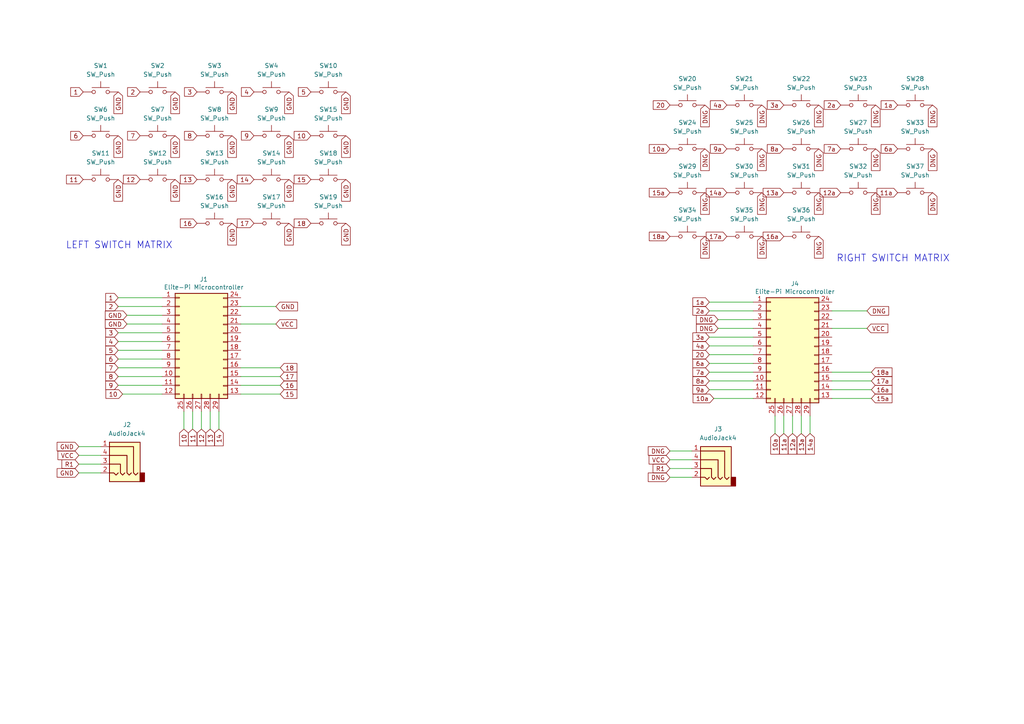
<source format=kicad_sch>
(kicad_sch (version 20250114) (generator "eeschema") (generator_version "9.0")
  (paper "A4")
  (lib_symbols
    (symbol "Conn_01x12_1" (pin_names (offset 1.016) (hide yes))
      (property "Reference" "J1" (at 5.842 18.034 0))
      (property "Value" "Elite-Pi Microcontroller" (at -4.572 15.748 0))
      (symbol "Conn_01x12_1_1_1"
        (rectangle (start -1.27 13.97) (end 13.97 -16.51) (stroke (width 0.254)) (fill (type background)))
        (rectangle (start -1.27 12.827) (end 0 12.573) (stroke (width 0.1524)))
        (rectangle (start -1.27 10.287) (end 0 10.033) (stroke (width 0.1524)))
        (rectangle (start -1.27 7.747) (end 0 7.493) (stroke (width 0.1524)))
        (rectangle (start -1.27 5.207) (end 0 4.953) (stroke (width 0.1524)))
        (rectangle (start -1.27 2.667) (end 0 2.413) (stroke (width 0.1524)))
        (rectangle (start -1.27 0.127) (end 0 -0.127) (stroke (width 0.1524)))
        (rectangle (start -1.27 -2.413) (end 0 -2.667) (stroke (width 0.1524)))
        (rectangle (start -1.27 -4.953) (end 0 -5.207) (stroke (width 0.1524)))
        (rectangle (start -1.27 -7.493) (end 0 -7.747) (stroke (width 0.1524)))
        (rectangle (start -1.27 -10.033) (end 0 -10.287) (stroke (width 0.1524)))
        (rectangle (start -1.27 -12.573) (end 0 -12.827) (stroke (width 0.1524)))
        (rectangle (start -1.27 -15.113) (end 0 -15.367) (stroke (width 0.1524)))
        (rectangle (start 1.143 -16.51) (end 1.397 -15.24) (stroke (width 0.1524)))
        (rectangle (start 3.683 -16.51) (end 3.937 -15.24) (stroke (width 0.1524)))
        (rectangle (start 6.223 -16.51) (end 6.477 -15.24) (stroke (width 0.1524)))
        (rectangle (start 8.763 -16.51) (end 9.017 -15.24) (stroke (width 0.1524)))
        (rectangle (start 11.303 -16.51) (end 11.557 -15.24) (stroke (width 0.1524)))
        (rectangle (start 12.7 12.7) (end 13.97 12.446) (stroke (width 0.1524)))
        (rectangle (start 12.7 10.16) (end 13.97 9.906) (stroke (width 0.1524)))
        (rectangle (start 12.7 7.62) (end 13.97 7.366) (stroke (width 0.1524)))
        (rectangle (start 12.7 5.08) (end 13.97 4.826) (stroke (width 0.1524)))
        (rectangle (start 12.7 2.54) (end 13.97 2.286) (stroke (width 0.1524)))
        (rectangle (start 12.7 0) (end 13.97 -0.254) (stroke (width 0.1524)))
        (rectangle (start 12.7 -2.54) (end 13.97 -2.794) (stroke (width 0.1524)))
        (rectangle (start 12.7 -5.08) (end 13.97 -5.334) (stroke (width 0.1524)))
        (rectangle (start 12.7 -7.62) (end 13.97 -7.874) (stroke (width 0.1524)))
        (rectangle (start 12.7 -10.16) (end 13.97 -10.414) (stroke (width 0.1524)))
        (rectangle (start 12.7 -12.7) (end 13.97 -12.954) (stroke (width 0.1524)))
        (rectangle (start 12.7 -15.24) (end 13.97 -15.494) (stroke (width 0.1524)))
        (pin passive line (at -5.08 12.7 0) (length 3.81) (name "Pin_1") (number "1"))
        (pin passive line (at -5.08 10.16 0) (length 3.81) (name "Pin_2") (number "2"))
        (pin passive line (at -5.08 7.62 0) (length 3.81) (name "Pin_3") (number "3"))
        (pin passive line (at -5.08 5.08 0) (length 3.81) (name "Pin_4") (number "4"))
        (pin passive line (at -5.08 2.54 0) (length 3.81) (name "Pin_5") (number "5"))
        (pin passive line (at -5.08 0 0) (length 3.81) (name "Pin_6") (number "6"))
        (pin passive line (at -5.08 -2.54 0) (length 3.81) (name "Pin_7") (number "7"))
        (pin passive line (at -5.08 -5.08 0) (length 3.81) (name "Pin_8") (number "8"))
        (pin passive line (at -5.08 -7.62 0) (length 3.81) (name "Pin_9") (number "9"))
        (pin passive line (at -5.08 -10.16 0) (length 3.81) (name "Pin_10") (number "10"))
        (pin passive line (at -5.08 -12.7 0) (length 3.81) (name "Pin_11") (number "11"))
        (pin passive line (at -5.08 -15.24 0) (length 3.81) (name "Pin_12") (number "12"))
        (pin passive line (at 1.27 -20.32 90) (length 3.81) (name "Pin_25") (number "25"))
        (pin passive line (at 3.81 -20.32 90) (length 3.81) (name "Pin_26") (number "26"))
        (pin passive line (at 6.35 -20.32 90) (length 3.81) (name "Pin_27") (number "27"))
        (pin passive line (at 8.89 -20.32 90) (length 3.81) (name "Pin_28") (number "28"))
        (pin passive line (at 11.43 -20.32 90) (length 3.81) (name "Pin_29") (number "29"))
        (pin passive line (at 17.78 12.7 180) (length 3.81) (name "Pin_24") (number "24"))
        (pin passive line (at 17.78 10.16 180) (length 3.81) (name "Pin_23") (number "23"))
        (pin passive line (at 17.78 7.62 180) (length 3.81) (name "Pin_22") (number "22"))
        (pin passive line (at 17.78 5.08 180) (length 3.81) (name "Pin_21") (number "21"))
        (pin passive line (at 17.78 2.54 180) (length 3.81) (name "Pin_20") (number "20"))
        (pin passive line (at 17.78 0 180) (length 3.81) (name "Pin_19") (number "19"))
        (pin passive line (at 17.78 -2.54 180) (length 3.81) (name "Pin_18") (number "18"))
        (pin passive line (at 17.78 -5.08 180) (length 3.81) (name "Pin_17") (number "17"))
        (pin passive line (at 17.78 -7.62 180) (length 3.81) (name "Pin_16") (number "16"))
        (pin passive line (at 17.78 -10.16 180) (length 3.81) (name "Pin_15") (number "15"))
        (pin passive line (at 17.78 -12.7 180) (length 3.81) (name "Pin_14") (number "14"))
        (pin passive line (at 17.78 -15.24 180) (length 3.81) (name "Pin_13") (number "13"))
      )
    )
    (symbol "Connector_Audio:AudioJack4"
      (property "Reference" "J2" (at -2.54 8.89 0))
      (property "Value" "AudioJack4" (at -2.54 6.35 0))
      (symbol "AudioJack4_0_1"
        (rectangle (start -6.35 -5.08) (end -7.62 -7.62) (stroke (width 0.254)) (fill (type outline)))
        (polyline (pts (xy -5.715 -5.08) (xy -5.08 -5.715) (xy -4.445 -5.08) (xy -4.445 2.54) (xy 2.54 2.54)) (stroke (width 0.254)))
        (polyline (pts (xy -1.905 -5.08) (xy -1.27 -5.715) (xy -0.635 -5.08) (xy -0.635 -2.54) (xy 2.54 -2.54)) (stroke (width 0.254)))
        (polyline (pts (xy 0 -5.08) (xy 0.635 -5.715) (xy 1.27 -5.08) (xy 2.54 -5.08)) (stroke (width 0.254)))
        (rectangle (start 2.54 3.81) (end -6.35 -7.62) (stroke (width 0.254)) (fill (type background)))
        (polyline (pts (xy 2.54 0) (xy -2.54 0) (xy -2.54 -5.08) (xy -3.175 -5.715) (xy -3.81 -5.08)) (stroke (width 0.254)))
      )
      (symbol "AudioJack4_1_1"
        (pin passive line (at 5.08 2.54 180) (length 2.54) (name "~") (number "1"))
        (pin passive line (at 5.08 0 180) (length 2.54) (name "~") (number "4"))
        (pin passive line (at 5.08 -2.54 180) (length 2.54) (name "~") (number "3"))
        (pin passive line (at 5.08 -5.08 180) (length 2.54) (name "~") (number "2"))
      )
    )
    (symbol "Switch:SW_Push" (pin_numbers (hide yes)) (pin_names (offset 1.016) (hide yes))
      (property "Reference" "SW" (at 1.27 2.54 0))
      (property "Value" "SW_Push" (at 0 -1.524 0))
      (symbol "SW_Push_0_1"
        (circle (center -2.032 0) (radius 0.508))
        (polyline (pts (xy 0 1.27) (xy 0 3.048)))
        (circle (center 2.032 0) (radius 0.508))
        (polyline (pts (xy 2.54 1.27) (xy -2.54 1.27)))
        (pin passive line (at -5.08 0 0) (length 2.54) (name "1") (number "1"))
        (pin passive line (at 5.08 0 180) (length 2.54) (name "2") (number "2"))
      )
    )
  )
  (text "LEFT SWITCH MATRIX" (at 19.05 72.39 0) (effects (font (size 2 2)) (justify left bottom)))
  (text "RIGHT SWITCH MATRIX" (at 242.57 76.2 0) (effects (font (size 2 2)) (justify left bottom)))
  (wire (pts (xy 205.74 107.95) (xy 218.44 107.95)))
  (wire (pts (xy 58.42 119.38) (xy 58.42 124.46)))
  (wire (pts (xy 34.29 96.52) (xy 46.99 96.52)))
  (wire (pts (xy 34.29 86.36) (xy 46.99 86.36)))
  (wire (pts (xy 241.3 95.25) (xy 251.46 95.25)))
  (wire (pts (xy 234.95 120.65) (xy 234.95 125.73)))
  (wire (pts (xy 69.85 114.3) (xy 81.28 114.3)))
  (wire (pts (xy 200.66 133.35) (xy 194.31 133.35)))
  (wire (pts (xy 205.74 110.49) (xy 218.44 110.49)))
  (wire (pts (xy 200.66 135.89) (xy 194.31 135.89)))
  (wire (pts (xy 34.29 101.6) (xy 46.99 101.6)))
  (wire (pts (xy 35.56 114.3) (xy 46.99 114.3)))
  (wire (pts (xy 34.29 106.68) (xy 46.99 106.68)))
  (wire (pts (xy 55.88 119.38) (xy 55.88 124.46)))
  (wire (pts (xy 29.21 134.62) (xy 22.86 134.62)))
  (wire (pts (xy 36.83 93.98) (xy 46.99 93.98)))
  (wire (pts (xy 208.28 95.25) (xy 218.44 95.25)))
  (wire (pts (xy 200.66 138.43) (xy 194.31 138.43)))
  (wire (pts (xy 205.74 100.33) (xy 218.44 100.33)))
  (wire (pts (xy 205.74 90.17) (xy 218.44 90.17)))
  (wire (pts (xy 29.21 129.54) (xy 22.86 129.54)))
  (wire (pts (xy 29.21 132.08) (xy 22.86 132.08)))
  (wire (pts (xy 69.85 109.22) (xy 81.28 109.22)))
  (wire (pts (xy 34.29 99.06) (xy 46.99 99.06)))
  (wire (pts (xy 205.74 97.79) (xy 218.44 97.79)))
  (wire (pts (xy 34.29 104.14) (xy 46.99 104.14)))
  (wire (pts (xy 36.83 91.44) (xy 46.99 91.44)))
  (wire (pts (xy 241.3 107.95) (xy 252.73 107.95)))
  (wire (pts (xy 69.85 111.76) (xy 81.28 111.76)))
  (wire (pts (xy 34.29 109.22) (xy 46.99 109.22)))
  (wire (pts (xy 34.29 111.76) (xy 46.99 111.76)))
  (wire (pts (xy 69.85 88.9) (xy 80.01 88.9)))
  (wire (pts (xy 224.79 120.65) (xy 224.79 125.73)))
  (wire (pts (xy 227.33 120.65) (xy 227.33 125.73)))
  (wire (pts (xy 241.3 90.17) (xy 251.46 90.17)))
  (wire (pts (xy 229.87 120.65) (xy 229.87 125.73)))
  (wire (pts (xy 207.01 115.57) (xy 218.44 115.57)))
  (wire (pts (xy 63.5 119.38) (xy 63.5 124.46)))
  (wire (pts (xy 60.96 119.38) (xy 60.96 124.46)))
  (wire (pts (xy 205.74 87.63) (xy 218.44 87.63)))
  (wire (pts (xy 205.74 113.03) (xy 218.44 113.03)))
  (wire (pts (xy 241.3 115.57) (xy 252.73 115.57)))
  (wire (pts (xy 205.74 102.87) (xy 218.44 102.87)))
  (wire (pts (xy 208.28 92.71) (xy 218.44 92.71)))
  (wire (pts (xy 69.85 106.68) (xy 81.28 106.68)))
  (wire (pts (xy 232.41 120.65) (xy 232.41 125.73)))
  (wire (pts (xy 241.3 110.49) (xy 252.73 110.49)))
  (wire (pts (xy 29.21 137.16) (xy 22.86 137.16)))
  (wire (pts (xy 53.34 119.38) (xy 53.34 124.46)))
  (wire (pts (xy 241.3 113.03) (xy 252.73 113.03)))
  (wire (pts (xy 205.74 105.41) (xy 218.44 105.41)))
  (wire (pts (xy 34.29 88.9) (xy 46.99 88.9)))
  (wire (pts (xy 69.85 93.98) (xy 80.01 93.98)))
  (wire (pts (xy 200.66 130.81) (xy 194.31 130.81)))
  (global_label "DNG" (shape input) (at 220.98 30.48 270) (property "Intersheetrefs" "${INTERSHEET_REFS}" (effects (hide yes))))
  (global_label "1" (shape input) (at 34.29 86.36 180) (property "Intersheetrefs" "${INTERSHEET_REFS}" (effects (hide yes))))
  (global_label "18a" (shape input) (at 194.31 68.58 180) (property "Intersheetrefs" "${INTERSHEET_REFS}" (effects (hide yes))))
  (global_label "7a" (shape input) (at 205.74 107.95 180) (property "Intersheetrefs" "${INTERSHEET_REFS}" (effects (hide yes))))
  (global_label "DNG" (shape input) (at 204.47 55.88 270) (property "Intersheetrefs" "${INTERSHEET_REFS}" (effects (hide yes))))
  (global_label "18" (shape input) (at 81.28 106.68 0) (property "Intersheetrefs" "${INTERSHEET_REFS}" (effects (hide yes))))
  (global_label "9" (shape input) (at 73.66 39.37 180) (property "Intersheetrefs" "${INTERSHEET_REFS}" (effects (hide yes))))
  (global_label "7a" (shape input) (at 243.84 43.18 180) (property "Intersheetrefs" "${INTERSHEET_REFS}" (effects (hide yes))))
  (global_label "GND" (shape input) (at 22.86 129.54 180) (property "Intersheetrefs" "${INTERSHEET_REFS}" (effects (hide yes))))
  (global_label "6" (shape input) (at 24.13 39.37 180) (property "Intersheetrefs" "${INTERSHEET_REFS}" (effects (hide yes))))
  (global_label "16a" (shape input) (at 252.73 113.03 0) (property "Intersheetrefs" "${INTERSHEET_REFS}" (effects (hide yes))))
  (global_label "9a" (shape input) (at 205.74 113.03 180) (property "Intersheetrefs" "${INTERSHEET_REFS}" (effects (hide yes))))
  (global_label "6a" (shape input) (at 205.74 105.41 180) (property "Intersheetrefs" "${INTERSHEET_REFS}" (effects (hide yes))))
  (global_label "GND" (shape input) (at 83.82 39.37 270) (property "Intersheetrefs" "${INTERSHEET_REFS}" (effects (hide yes))))
  (global_label "10a" (shape input) (at 194.31 43.18 180) (property "Intersheetrefs" "${INTERSHEET_REFS}" (effects (hide yes))))
  (global_label "GND" (shape input) (at 67.31 64.77 270) (property "Intersheetrefs" "${INTERSHEET_REFS}" (effects (hide yes))))
  (global_label "11a" (shape input) (at 260.35 55.88 180) (property "Intersheetrefs" "${INTERSHEET_REFS}" (effects (hide yes))))
  (global_label "17" (shape input) (at 81.28 109.22 0) (property "Intersheetrefs" "${INTERSHEET_REFS}" (effects (hide yes))))
  (global_label "17a" (shape input) (at 252.73 110.49 0) (property "Intersheetrefs" "${INTERSHEET_REFS}" (effects (hide yes))))
  (global_label "GND" (shape input) (at 80.01 88.9 0) (property "Intersheetrefs" "${INTERSHEET_REFS}" (effects (hide yes))))
  (global_label "GND" (shape input) (at 67.31 52.07 270) (property "Intersheetrefs" "${INTERSHEET_REFS}" (effects (hide yes))))
  (global_label "DNG" (shape input) (at 270.51 43.18 270) (property "Intersheetrefs" "${INTERSHEET_REFS}" (effects (hide yes))))
  (global_label "DNG" (shape input) (at 251.46 90.17 0) (property "Intersheetrefs" "${INTERSHEET_REFS}" (effects (hide yes))))
  (global_label "7" (shape input) (at 34.29 106.68 180) (property "Intersheetrefs" "${INTERSHEET_REFS}" (effects (hide yes))))
  (global_label "DNG" (shape input) (at 254 43.18 270) (property "Intersheetrefs" "${INTERSHEET_REFS}" (effects (hide yes))))
  (global_label "20" (shape input) (at 194.31 30.48 180) (property "Intersheetrefs" "${INTERSHEET_REFS}" (effects (hide yes))))
  (global_label "GND" (shape input) (at 67.31 39.37 270) (property "Intersheetrefs" "${INTERSHEET_REFS}" (effects (hide yes))))
  (global_label "5" (shape input) (at 34.29 101.6 180) (property "Intersheetrefs" "${INTERSHEET_REFS}" (effects (hide yes))))
  (global_label "DNG" (shape input) (at 254 30.48 270) (property "Intersheetrefs" "${INTERSHEET_REFS}" (effects (hide yes))))
  (global_label "13a" (shape input) (at 227.33 55.88 180) (property "Intersheetrefs" "${INTERSHEET_REFS}" (effects (hide yes))))
  (global_label "13" (shape input) (at 60.96 124.46 270) (property "Intersheetrefs" "${INTERSHEET_REFS}" (effects (hide yes))))
  (global_label "4" (shape input) (at 73.66 26.67 180) (property "Intersheetrefs" "${INTERSHEET_REFS}" (effects (hide yes))))
  (global_label "10a" (shape input) (at 207.01 115.57 180) (property "Intersheetrefs" "${INTERSHEET_REFS}" (effects (hide yes))))
  (global_label "6" (shape input) (at 34.29 104.14 180) (property "Intersheetrefs" "${INTERSHEET_REFS}" (effects (hide yes))))
  (global_label "3a" (shape input) (at 205.74 97.79 180) (property "Intersheetrefs" "${INTERSHEET_REFS}" (effects (hide yes))))
  (global_label "VCC" (shape input) (at 22.86 132.08 180) (property "Intersheetrefs" "${INTERSHEET_REFS}" (effects (hide yes))))
  (global_label "11a" (shape input) (at 227.33 125.73 270) (property "Intersheetrefs" "${INTERSHEET_REFS}" (effects (hide yes))))
  (global_label "2a" (shape input) (at 205.74 90.17 180) (property "Intersheetrefs" "${INTERSHEET_REFS}" (effects (hide yes))))
  (global_label "GND" (shape input) (at 36.83 93.98 180) (property "Intersheetrefs" "${INTERSHEET_REFS}" (effects (hide yes))))
  (global_label "GND" (shape input) (at 83.82 52.07 270) (property "Intersheetrefs" "${INTERSHEET_REFS}" (effects (hide yes))))
  (global_label "14" (shape input) (at 73.66 52.07 180) (property "Intersheetrefs" "${INTERSHEET_REFS}" (effects (hide yes))))
  (global_label "7" (shape input) (at 40.64 39.37 180) (property "Intersheetrefs" "${INTERSHEET_REFS}" (effects (hide yes))))
  (global_label "DNG" (shape input) (at 204.47 68.58 270) (property "Intersheetrefs" "${INTERSHEET_REFS}" (effects (hide yes))))
  (global_label "3a" (shape input) (at 227.33 30.48 180) (property "Intersheetrefs" "${INTERSHEET_REFS}" (effects (hide yes))))
  (global_label "DNG" (shape input) (at 194.31 138.43 180) (property "Intersheetrefs" "${INTERSHEET_REFS}" (effects (hide yes))))
  (global_label "1" (shape input) (at 24.13 26.67 180) (property "Intersheetrefs" "${INTERSHEET_REFS}" (effects (hide yes))))
  (global_label "R1" (shape input) (at 194.31 135.89 180) (property "Intersheetrefs" "${INTERSHEET_REFS}" (effects (hide yes))))
  (global_label "14" (shape input) (at 63.5 124.46 270) (property "Intersheetrefs" "${INTERSHEET_REFS}" (effects (hide yes))))
  (global_label "DNG" (shape input) (at 254 55.88 270) (property "Intersheetrefs" "${INTERSHEET_REFS}" (effects (hide yes))))
  (global_label "GND" (shape input) (at 100.33 39.37 270) (property "Intersheetrefs" "${INTERSHEET_REFS}" (effects (hide yes))))
  (global_label "GND" (shape input) (at 34.29 39.37 270) (property "Intersheetrefs" "${INTERSHEET_REFS}" (effects (hide yes))))
  (global_label "10" (shape input) (at 90.17 39.37 180) (property "Intersheetrefs" "${INTERSHEET_REFS}" (effects (hide yes))))
  (global_label "R1" (shape input) (at 22.86 134.62 180) (property "Intersheetrefs" "${INTERSHEET_REFS}" (effects (hide yes))))
  (global_label "DNG" (shape input) (at 208.28 95.25 180) (property "Intersheetrefs" "${INTERSHEET_REFS}" (effects (hide yes))))
  (global_label "DNG" (shape input) (at 204.47 43.18 270) (property "Intersheetrefs" "${INTERSHEET_REFS}" (effects (hide yes))))
  (global_label "10" (shape input) (at 35.56 114.3 180) (property "Intersheetrefs" "${INTERSHEET_REFS}" (effects (hide yes))))
  (global_label "16" (shape input) (at 81.28 111.76 0) (property "Intersheetrefs" "${INTERSHEET_REFS}" (effects (hide yes))))
  (global_label "18" (shape input) (at 90.17 64.77 180) (property "Intersheetrefs" "${INTERSHEET_REFS}" (effects (hide yes))))
  (global_label "GND" (shape input) (at 100.33 52.07 270) (property "Intersheetrefs" "${INTERSHEET_REFS}" (effects (hide yes))))
  (global_label "14a" (shape input) (at 234.95 125.73 270) (property "Intersheetrefs" "${INTERSHEET_REFS}" (effects (hide yes))))
  (global_label "12" (shape input) (at 40.64 52.07 180) (property "Intersheetrefs" "${INTERSHEET_REFS}" (effects (hide yes))))
  (global_label "DNG" (shape input) (at 204.47 30.48 270) (property "Intersheetrefs" "${INTERSHEET_REFS}" (effects (hide yes))))
  (global_label "2a" (shape input) (at 243.84 30.48 180) (property "Intersheetrefs" "${INTERSHEET_REFS}" (effects (hide yes))))
  (global_label "17" (shape input) (at 73.66 64.77 180) (property "Intersheetrefs" "${INTERSHEET_REFS}" (effects (hide yes))))
  (global_label "GND" (shape input) (at 100.33 26.67 270) (property "Intersheetrefs" "${INTERSHEET_REFS}" (effects (hide yes))))
  (global_label "DNG" (shape input) (at 220.98 43.18 270) (property "Intersheetrefs" "${INTERSHEET_REFS}" (effects (hide yes))))
  (global_label "GND" (shape input) (at 67.31 26.67 270) (property "Intersheetrefs" "${INTERSHEET_REFS}" (effects (hide yes))))
  (global_label "10a" (shape input) (at 224.79 125.73 270) (property "Intersheetrefs" "${INTERSHEET_REFS}" (effects (hide yes))))
  (global_label "DNG" (shape input) (at 208.28 92.71 180) (property "Intersheetrefs" "${INTERSHEET_REFS}" (effects (hide yes))))
  (global_label "5" (shape input) (at 90.17 26.67 180) (property "Intersheetrefs" "${INTERSHEET_REFS}" (effects (hide yes))))
  (global_label "12a" (shape input) (at 229.87 125.73 270) (property "Intersheetrefs" "${INTERSHEET_REFS}" (effects (hide yes))))
  (global_label "GND" (shape input) (at 34.29 26.67 270) (property "Intersheetrefs" "${INTERSHEET_REFS}" (effects (hide yes))))
  (global_label "2" (shape input) (at 34.29 88.9 180) (property "Intersheetrefs" "${INTERSHEET_REFS}" (effects (hide yes))))
  (global_label "DNG" (shape input) (at 194.31 130.81 180) (property "Intersheetrefs" "${INTERSHEET_REFS}" (effects (hide yes))))
  (global_label "VCC" (shape input) (at 194.31 133.35 180) (property "Intersheetrefs" "${INTERSHEET_REFS}" (effects (hide yes))))
  (global_label "13a" (shape input) (at 232.41 125.73 270) (property "Intersheetrefs" "${INTERSHEET_REFS}" (effects (hide yes))))
  (global_label "15a" (shape input) (at 194.31 55.88 180) (property "Intersheetrefs" "${INTERSHEET_REFS}" (effects (hide yes))))
  (global_label "8" (shape input) (at 34.29 109.22 180) (property "Intersheetrefs" "${INTERSHEET_REFS}" (effects (hide yes))))
  (global_label "2" (shape input) (at 40.64 26.67 180) (property "Intersheetrefs" "${INTERSHEET_REFS}" (effects (hide yes))))
  (global_label "8a" (shape input) (at 227.33 43.18 180) (property "Intersheetrefs" "${INTERSHEET_REFS}" (effects (hide yes))))
  (global_label "GND" (shape input) (at 50.8 26.67 270) (property "Intersheetrefs" "${INTERSHEET_REFS}" (effects (hide yes))))
  (global_label "15a" (shape input) (at 252.73 115.57 0) (property "Intersheetrefs" "${INTERSHEET_REFS}" (effects (hide yes))))
  (global_label "GND" (shape input) (at 34.29 52.07 270) (property "Intersheetrefs" "${INTERSHEET_REFS}" (effects (hide yes))))
  (global_label "9a" (shape input) (at 210.82 43.18 180) (property "Intersheetrefs" "${INTERSHEET_REFS}" (effects (hide yes))))
  (global_label "DNG" (shape input) (at 237.49 30.48 270) (property "Intersheetrefs" "${INTERSHEET_REFS}" (effects (hide yes))))
  (global_label "13" (shape input) (at 57.15 52.07 180) (property "Intersheetrefs" "${INTERSHEET_REFS}" (effects (hide yes))))
  (global_label "GND" (shape input) (at 22.86 137.16 180) (property "Intersheetrefs" "${INTERSHEET_REFS}" (effects (hide yes))))
  (global_label "16a" (shape input) (at 227.33 68.58 180) (property "Intersheetrefs" "${INTERSHEET_REFS}" (effects (hide yes))))
  (global_label "4a" (shape input) (at 205.74 100.33 180) (property "Intersheetrefs" "${INTERSHEET_REFS}" (effects (hide yes))))
  (global_label "12a" (shape input) (at 243.84 55.88 180) (property "Intersheetrefs" "${INTERSHEET_REFS}" (effects (hide yes))))
  (global_label "12" (shape input) (at 58.42 124.46 270) (property "Intersheetrefs" "${INTERSHEET_REFS}" (effects (hide yes))))
  (global_label "6a" (shape input) (at 260.35 43.18 180) (property "Intersheetrefs" "${INTERSHEET_REFS}" (effects (hide yes))))
  (global_label "GND" (shape input) (at 50.8 52.07 270) (property "Intersheetrefs" "${INTERSHEET_REFS}" (effects (hide yes))))
  (global_label "VCC" (shape input) (at 80.01 93.98 0) (property "Intersheetrefs" "${INTERSHEET_REFS}" (effects (hide yes))))
  (global_label "DNG" (shape input) (at 237.49 68.58 270) (property "Intersheetrefs" "${INTERSHEET_REFS}" (effects (hide yes))))
  (global_label "DNG" (shape input) (at 270.51 30.48 270) (property "Intersheetrefs" "${INTERSHEET_REFS}" (effects (hide yes))))
  (global_label "DNG" (shape input) (at 270.51 55.88 270) (property "Intersheetrefs" "${INTERSHEET_REFS}" (effects (hide yes))))
  (global_label "1a" (shape input) (at 205.74 87.63 180) (property "Intersheetrefs" "${INTERSHEET_REFS}" (effects (hide yes))))
  (global_label "8a" (shape input) (at 205.74 110.49 180) (property "Intersheetrefs" "${INTERSHEET_REFS}" (effects (hide yes))))
  (global_label "8" (shape input) (at 57.15 39.37 180) (property "Intersheetrefs" "${INTERSHEET_REFS}" (effects (hide yes))))
  (global_label "GND" (shape input) (at 83.82 64.77 270) (property "Intersheetrefs" "${INTERSHEET_REFS}" (effects (hide yes))))
  (global_label "16" (shape input) (at 57.15 64.77 180) (property "Intersheetrefs" "${INTERSHEET_REFS}" (effects (hide yes))))
  (global_label "DNG" (shape input) (at 237.49 55.88 270) (property "Intersheetrefs" "${INTERSHEET_REFS}" (effects (hide yes))))
  (global_label "DNG" (shape input) (at 220.98 55.88 270) (property "Intersheetrefs" "${INTERSHEET_REFS}" (effects (hide yes))))
  (global_label "GND" (shape input) (at 83.82 26.67 270) (property "Intersheetrefs" "${INTERSHEET_REFS}" (effects (hide yes))))
  (global_label "GND" (shape input) (at 36.83 91.44 180) (property "Intersheetrefs" "${INTERSHEET_REFS}" (effects (hide yes))))
  (global_label "1a" (shape input) (at 260.35 30.48 180) (property "Intersheetrefs" "${INTERSHEET_REFS}" (effects (hide yes))))
  (global_label "4a" (shape input) (at 210.82 30.48 180) (property "Intersheetrefs" "${INTERSHEET_REFS}" (effects (hide yes))))
  (global_label "11" (shape input) (at 24.13 52.07 180) (property "Intersheetrefs" "${INTERSHEET_REFS}" (effects (hide yes))))
  (global_label "3" (shape input) (at 57.15 26.67 180) (property "Intersheetrefs" "${INTERSHEET_REFS}" (effects (hide yes))))
  (global_label "15" (shape input) (at 81.28 114.3 0) (property "Intersheetrefs" "${INTERSHEET_REFS}" (effects (hide yes))))
  (global_label "3" (shape input) (at 34.29 96.52 180) (property "Intersheetrefs" "${INTERSHEET_REFS}" (effects (hide yes))))
  (global_label "20" (shape input) (at 205.74 102.87 180) (property "Intersheetrefs" "${INTERSHEET_REFS}" (effects (hide yes))))
  (global_label "15" (shape input) (at 90.17 52.07 180) (property "Intersheetrefs" "${INTERSHEET_REFS}" (effects (hide yes))))
  (global_label "GND" (shape input) (at 100.33 64.77 270) (property "Intersheetrefs" "${INTERSHEET_REFS}" (effects (hide yes))))
  (global_label "VCC" (shape input) (at 251.46 95.25 0) (property "Intersheetrefs" "${INTERSHEET_REFS}" (effects (hide yes))))
  (global_label "9" (shape input) (at 34.29 111.76 180) (property "Intersheetrefs" "${INTERSHEET_REFS}" (effects (hide yes))))
  (global_label "18a" (shape input) (at 252.73 107.95 0) (property "Intersheetrefs" "${INTERSHEET_REFS}" (effects (hide yes))))
  (global_label "DNG" (shape input) (at 220.98 68.58 270) (property "Intersheetrefs" "${INTERSHEET_REFS}" (effects (hide yes))))
  (global_label "4" (shape input) (at 34.29 99.06 180) (property "Intersheetrefs" "${INTERSHEET_REFS}" (effects (hide yes))))
  (global_label "DNG" (shape input) (at 237.49 43.18 270) (property "Intersheetrefs" "${INTERSHEET_REFS}" (effects (hide yes))))
  (global_label "14a" (shape input) (at 210.82 55.88 180) (property "Intersheetrefs" "${INTERSHEET_REFS}" (effects (hide yes))))
  (global_label "17a" (shape input) (at 210.82 68.58 180) (property "Intersheetrefs" "${INTERSHEET_REFS}" (effects (hide yes))))
  (global_label "10" (shape input) (at 53.34 124.46 270) (property "Intersheetrefs" "${INTERSHEET_REFS}" (effects (hide yes))))
  (global_label "GND" (shape input) (at 50.8 39.37 270) (property "Intersheetrefs" "${INTERSHEET_REFS}" (effects (hide yes))))
  (global_label "11" (shape input) (at 55.88 124.46 270) (property "Intersheetrefs" "${INTERSHEET_REFS}" (effects (hide yes))))
  (symbol (lib_id "Switch:SW_Push") (at 62.23 52.07 0) (unit 1)
    (property "Reference" "SW13" (at 62.23 44.45 0))
    (property "Value" "SW_Push" (at 62.23 46.99 0))
    (property "Footprint" "Button_Switch_Keyboard:SW_Cherry_MX_1.00u_PCB" (effects (hide yes)))
  )
  (symbol (lib_id "Switch:SW_Push") (at 232.41 43.18 0) (unit 1)
    (property "Reference" "SW26" (at 232.41 35.56 0))
    (property "Value" "SW_Push" (at 232.41 38.1 0))
    (property "Footprint" "Button_Switch_Keyboard:SW_Cherry_MX_1.00u_PCB" (effects (hide yes)))
  )
  (symbol (lib_id "Switch:SW_Push") (at 78.74 26.67 0) (unit 1)
    (property "Reference" "SW4" (at 78.74 19.05 0))
    (property "Value" "SW_Push" (at 78.74 21.59 0))
    (property "Footprint" "Button_Switch_Keyboard:SW_Cherry_MX_1.00u_PCB" (effects (hide yes)))
  )
  (symbol (lib_id "Switch:SW_Push") (at 78.74 52.07 0) (unit 1)
    (property "Reference" "SW14" (at 78.74 44.45 0))
    (property "Value" "SW_Push" (at 78.74 46.99 0))
    (property "Footprint" "Button_Switch_Keyboard:SW_Cherry_MX_1.00u_PCB" (effects (hide yes)))
  )
  (symbol (lib_id "Switch:SW_Push") (at 199.39 43.18 0) (unit 1)
    (property "Reference" "SW24" (at 199.39 35.56 0))
    (property "Value" "SW_Push" (at 199.39 38.1 0))
    (property "Footprint" "Button_Switch_Keyboard:SW_Cherry_MX_1.00u_PCB" (effects (hide yes)))
  )
  (symbol (lib_id "Switch:SW_Push") (at 62.23 26.67 0) (unit 1)
    (property "Reference" "SW3" (at 62.23 19.05 0))
    (property "Value" "SW_Push" (at 62.23 21.59 0))
    (property "Footprint" "Button_Switch_Keyboard:SW_Cherry_MX_1.00u_PCB" (effects (hide yes)))
  )
  (symbol (lib_id "Connector_Audio:AudioJack4") (at 34.29 132.08 0) (mirror y) (unit 1)
    (property "Reference" "J2" (at 36.83 123.19 0))
    (property "Value" "AudioJack4" (at 36.83 125.73 0))
    (property "Footprint" "Keebio-Parts:TRRS-PJ-320A" (effects (hide yes)))
    (property "Description" "Audio Jack, 4 Poles (TRRS)" (effects (hide yes)))
  )
  (symbol (lib_id "Switch:SW_Push") (at 78.74 39.37 0) (unit 1)
    (property "Reference" "SW9" (at 78.74 31.75 0))
    (property "Value" "SW_Push" (at 78.74 34.29 0))
    (property "Footprint" "Button_Switch_Keyboard:SW_Cherry_MX_1.00u_PCB" (effects (hide yes)))
  )
  (symbol (lib_id "Switch:SW_Push") (at 248.92 30.48 0) (unit 1)
    (property "Reference" "SW23" (at 248.92 22.86 0))
    (property "Value" "SW_Push" (at 248.92 25.4 0))
    (property "Footprint" "Button_Switch_Keyboard:SW_Cherry_MX_1.00u_PCB" (effects (hide yes)))
  )
  (symbol (lib_id "Switch:SW_Push") (at 248.92 43.18 0) (unit 1)
    (property "Reference" "SW27" (at 248.92 35.56 0))
    (property "Value" "SW_Push" (at 248.92 38.1 0))
    (property "Footprint" "Button_Switch_Keyboard:SW_Cherry_MX_1.00u_PCB" (effects (hide yes)))
  )
  (symbol (lib_id "Switch:SW_Push") (at 95.25 64.77 0) (unit 1)
    (property "Reference" "SW19" (at 95.25 57.15 0))
    (property "Value" "SW_Push" (at 95.25 59.69 0))
    (property "Footprint" "Button_Switch_Keyboard:SW_Cherry_MX_1.00u_PCB" (effects (hide yes)))
  )
  (symbol (lib_id "Switch:SW_Push") (at 29.21 39.37 0) (unit 1)
    (property "Reference" "SW6" (at 29.21 31.75 0))
    (property "Value" "SW_Push" (at 29.21 34.29 0))
    (property "Footprint" "Button_Switch_Keyboard:SW_Cherry_MX_1.00u_PCB" (effects (hide yes)))
  )
  (symbol (lib_id "Switch:SW_Push") (at 215.9 68.58 0) (unit 1)
    (property "Reference" "SW35" (at 215.9 60.96 0))
    (property "Value" "SW_Push" (at 215.9 63.5 0))
    (property "Footprint" "Button_Switch_Keyboard:SW_Cherry_MX_1.00u_PCB" (effects (hide yes)))
  )
  (symbol (lib_id "Connector_Audio:AudioJack4") (at 205.74 133.35 0) (mirror y) (unit 1)
    (property "Reference" "J3" (at 208.28 124.46 0))
    (property "Value" "AudioJack4" (at 208.28 127 0))
    (property "Footprint" "Keebio-Parts:TRRS-PJ-320A" (effects (hide yes)))
    (property "Description" "Audio Jack, 4 Poles (TRRS)" (effects (hide yes)))
  )
  (symbol (lib_id "Switch:SW_Push") (at 248.92 55.88 0) (unit 1)
    (property "Reference" "SW32" (at 248.92 48.26 0))
    (property "Value" "SW_Push" (at 248.92 50.8 0))
    (property "Footprint" "Button_Switch_Keyboard:SW_Cherry_MX_1.00u_PCB" (effects (hide yes)))
  )
  (symbol (lib_name "Conn_01x12_1") (lib_id "Connector_Generic:Conn_01x12") (at 223.52 100.33 0) (unit 1)
    (property "Reference" "J4" (at 229.362 82.296 0) (effects (justify left)))
    (property "Value" "Elite-Pi Microcontroller" (at 218.948 84.582 0) (effects (justify left)))
    (property "Footprint" "Keebio-Parts:Elite-C" (effects (hide yes)))
    (property "Description" "Generic connector, single row, 01x12, script generated (kicad-library-utils/schlib/autogen/connector/)" (effects (hide yes)))
  )
  (symbol (lib_id "Switch:SW_Push") (at 95.25 52.07 0) (unit 1)
    (property "Reference" "SW18" (at 95.25 44.45 0))
    (property "Value" "SW_Push" (at 95.25 46.99 0))
    (property "Footprint" "Button_Switch_Keyboard:SW_Cherry_MX_1.00u_PCB" (effects (hide yes)))
  )
  (symbol (lib_id "Switch:SW_Push") (at 45.72 52.07 0) (unit 1)
    (property "Reference" "SW12" (at 45.72 44.45 0))
    (property "Value" "SW_Push" (at 45.72 46.99 0))
    (property "Footprint" "Button_Switch_Keyboard:SW_Cherry_MX_1.00u_PCB" (effects (hide yes)))
  )
  (symbol (lib_id "Switch:SW_Push") (at 215.9 55.88 0) (unit 1)
    (property "Reference" "SW30" (at 215.9 48.26 0))
    (property "Value" "SW_Push" (at 215.9 50.8 0))
    (property "Footprint" "Button_Switch_Keyboard:SW_Cherry_MX_1.00u_PCB" (effects (hide yes)))
  )
  (symbol (lib_id "Switch:SW_Push") (at 29.21 52.07 0) (unit 1)
    (property "Reference" "SW11" (at 29.21 44.45 0))
    (property "Value" "SW_Push" (at 29.21 46.99 0))
    (property "Footprint" "Button_Switch_Keyboard:SW_Cherry_MX_1.00u_PCB" (effects (hide yes)))
  )
  (symbol (lib_id "Switch:SW_Push") (at 232.41 30.48 0) (unit 1)
    (property "Reference" "SW22" (at 232.41 22.86 0))
    (property "Value" "SW_Push" (at 232.41 25.4 0))
    (property "Footprint" "Button_Switch_Keyboard:SW_Cherry_MX_1.00u_PCB" (effects (hide yes)))
  )
  (symbol (lib_id "Switch:SW_Push") (at 95.25 26.67 0) (unit 1)
    (property "Reference" "SW10" (at 95.25 19.05 0))
    (property "Value" "SW_Push" (at 95.25 21.59 0))
    (property "Footprint" "Button_Switch_Keyboard:SW_Cherry_MX_1.00u_PCB" (effects (hide yes)))
  )
  (symbol (lib_id "Switch:SW_Push") (at 78.74 64.77 0) (unit 1)
    (property "Reference" "SW17" (at 78.74 57.15 0))
    (property "Value" "SW_Push" (at 78.74 59.69 0))
    (property "Footprint" "Button_Switch_Keyboard:SW_Cherry_MX_1.00u_PCB" (effects (hide yes)))
  )
  (symbol (lib_id "Switch:SW_Push") (at 29.21 26.67 0) (unit 1)
    (property "Reference" "SW1" (at 29.21 19.05 0))
    (property "Value" "SW_Push" (at 29.21 21.59 0))
    (property "Footprint" "Button_Switch_Keyboard:SW_Cherry_MX_1.00u_PCB" (effects (hide yes)))
  )
  (symbol (lib_id "Switch:SW_Push") (at 232.41 68.58 0) (unit 1)
    (property "Reference" "SW36" (at 232.41 60.96 0))
    (property "Value" "SW_Push" (at 232.41 63.5 0))
    (property "Footprint" "Button_Switch_Keyboard:SW_Cherry_MX_1.00u_PCB" (effects (hide yes)))
  )
  (symbol (lib_id "Switch:SW_Push") (at 62.23 39.37 0) (unit 1)
    (property "Reference" "SW8" (at 62.23 31.75 0))
    (property "Value" "SW_Push" (at 62.23 34.29 0))
    (property "Footprint" "Button_Switch_Keyboard:SW_Cherry_MX_1.00u_PCB" (effects (hide yes)))
  )
  (symbol (lib_id "Switch:SW_Push") (at 199.39 55.88 0) (unit 1)
    (property "Reference" "SW29" (at 199.39 48.26 0))
    (property "Value" "SW_Push" (at 199.39 50.8 0))
    (property "Footprint" "Button_Switch_Keyboard:SW_Cherry_MX_1.00u_PCB" (effects (hide yes)))
  )
  (symbol (lib_id "Switch:SW_Push") (at 62.23 64.77 0) (unit 1)
    (property "Reference" "SW16" (at 62.23 57.15 0))
    (property "Value" "SW_Push" (at 62.23 59.69 0))
    (property "Footprint" "Button_Switch_Keyboard:SW_Cherry_MX_1.00u_PCB" (effects (hide yes)))
  )
  (symbol (lib_id "Switch:SW_Push") (at 265.43 55.88 0) (unit 1)
    (property "Reference" "SW37" (at 265.43 48.26 0))
    (property "Value" "SW_Push" (at 265.43 50.8 0))
    (property "Footprint" "Button_Switch_Keyboard:SW_Cherry_MX_1.00u_PCB" (effects (hide yes)))
  )
  (symbol (lib_id "Switch:SW_Push") (at 45.72 39.37 0) (unit 1)
    (property "Reference" "SW7" (at 45.72 31.75 0))
    (property "Value" "SW_Push" (at 45.72 34.29 0))
    (property "Footprint" "Button_Switch_Keyboard:SW_Cherry_MX_1.00u_PCB" (effects (hide yes)))
  )
  (symbol (lib_id "Switch:SW_Push") (at 199.39 68.58 0) (unit 1)
    (property "Reference" "SW34" (at 199.39 60.96 0))
    (property "Value" "SW_Push" (at 199.39 63.5 0))
    (property "Footprint" "Button_Switch_Keyboard:SW_Cherry_MX_1.00u_PCB" (effects (hide yes)))
  )
  (symbol (lib_id "Switch:SW_Push") (at 215.9 30.48 0) (unit 1)
    (property "Reference" "SW21" (at 215.9 22.86 0))
    (property "Value" "SW_Push" (at 215.9 25.4 0))
    (property "Footprint" "Button_Switch_Keyboard:SW_Cherry_MX_1.00u_PCB" (effects (hide yes)))
  )
  (symbol (lib_id "Switch:SW_Push") (at 215.9 43.18 0) (unit 1)
    (property "Reference" "SW25" (at 215.9 35.56 0))
    (property "Value" "SW_Push" (at 215.9 38.1 0))
    (property "Footprint" "Button_Switch_Keyboard:SW_Cherry_MX_1.00u_PCB" (effects (hide yes)))
  )
  (symbol (lib_id "Switch:SW_Push") (at 95.25 39.37 0) (unit 1)
    (property "Reference" "SW15" (at 95.25 31.75 0))
    (property "Value" "SW_Push" (at 95.25 34.29 0))
    (property "Footprint" "Button_Switch_Keyboard:SW_Cherry_MX_1.00u_PCB" (effects (hide yes)))
  )
  (symbol (lib_name "Conn_01x12_1") (lib_id "Connector_Generic:Conn_01x12") (at 52.07 99.06 0) (unit 1)
    (property "Reference" "J1" (at 57.912 81.026 0) (effects (justify left)))
    (property "Value" "Elite-Pi Microcontroller" (at 47.498 83.312 0) (effects (justify left)))
    (property "Footprint" "Keebio-Parts:Elite-C" (effects (hide yes)))
    (property "Description" "Generic connector, single row, 01x12, script generated (kicad-library-utils/schlib/autogen/connector/)" (effects (hide yes)))
  )
  (symbol (lib_id "Switch:SW_Push") (at 199.39 30.48 0) (unit 1)
    (property "Reference" "SW20" (at 199.39 22.86 0))
    (property "Value" "SW_Push" (at 199.39 25.4 0))
    (property "Footprint" "Button_Switch_Keyboard:SW_Cherry_MX_1.00u_PCB" (effects (hide yes)))
  )
  (symbol (lib_id "Switch:SW_Push") (at 265.43 43.18 0) (unit 1)
    (property "Reference" "SW33" (at 265.43 35.56 0))
    (property "Value" "SW_Push" (at 265.43 38.1 0))
    (property "Footprint" "Button_Switch_Keyboard:SW_Cherry_MX_1.00u_PCB" (effects (hide yes)))
  )
  (symbol (lib_id "Switch:SW_Push") (at 265.43 30.48 0) (unit 1)
    (property "Reference" "SW28" (at 265.43 22.86 0))
    (property "Value" "SW_Push" (at 265.43 25.4 0))
    (property "Footprint" "Button_Switch_Keyboard:SW_Cherry_MX_1.00u_PCB" (effects (hide yes)))
  )
  (symbol (lib_id "Switch:SW_Push") (at 45.72 26.67 0) (unit 1)
    (property "Reference" "SW2" (at 45.72 19.05 0))
    (property "Value" "SW_Push" (at 45.72 21.59 0))
    (property "Footprint" "Button_Switch_Keyboard:SW_Cherry_MX_1.00u_PCB" (effects (hide yes)))
  )
  (symbol (lib_id "Switch:SW_Push") (at 232.41 55.88 0) (unit 1)
    (property "Reference" "SW31" (at 232.41 48.26 0))
    (property "Value" "SW_Push" (at 232.41 50.8 0))
    (property "Footprint" "Button_Switch_Keyboard:SW_Cherry_MX_1.00u_PCB" (effects (hide yes)))
  )
)
</source>
